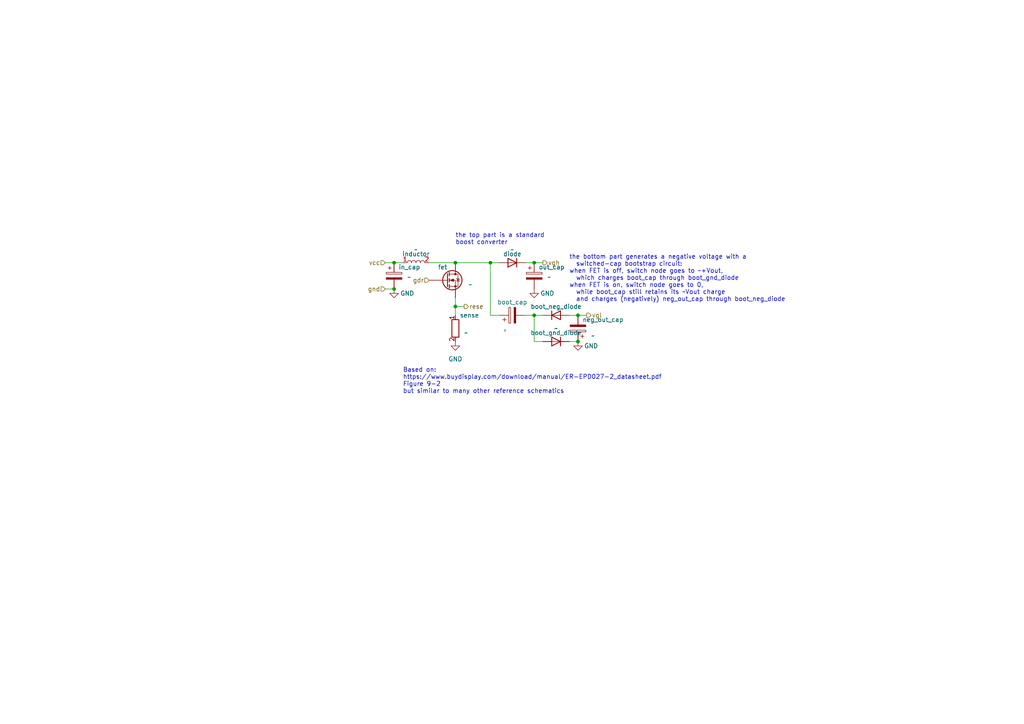
<source format=kicad_sch>
(kicad_sch (version 20211123) (generator eeschema)
  (paper "A4")
  (lib_symbols
    (symbol "Device:C_Polarized" (pin_numbers hide) (pin_names (offset 0.254))
      (property "Reference" "C" (at 0.635 2.54 0))
      (property "Value" "C_Polarized" (at 0.635 -2.54 0))
      (symbol "C_Polarized_0_1"
        (rectangle (start -2.286 0.508) (end 2.286 1.016))
        (polyline (pts (xy -1.778 2.286) (xy -0.762 2.286)))
        (polyline (pts (xy -1.27 2.794) (xy -1.27 1.778)))
        (rectangle (start 2.286 -0.508) (end -2.286 -1.016) (fill (type outline)))
      )
      (symbol "C_Polarized_1_1"
        (pin passive line (at 0 3.81 270) (length 2.794) (name "~") (number "1"))
        (pin passive line (at 0 -3.81 90) (length 2.794) (name "~") (number "2"))
      )
    )
    (symbol "Device:D" (pin_numbers hide) (pin_names (offset 1.016) hide)
      (property "Reference" "D" (at 0 2.54 0))
      (property "Value" "D" (at 0 -2.54 0))
      (symbol "D_0_1"
        (polyline (pts (xy -1.27 1.27) (xy -1.27 -1.27)) (stroke (width 0.254)))
        (polyline (pts (xy 1.27 0) (xy -1.27 0)))
        (polyline (pts (xy 1.27 1.27) (xy 1.27 -1.27) (xy -1.27 0) (xy 1.27 1.27)) (stroke (width 0.254)))
      )
      (symbol "D_1_1"
        (pin passive line (at -3.81 0 0) (length 2.54) (name "K") (number "1"))
        (pin passive line (at 3.81 0 180) (length 2.54) (name "A") (number "2"))
      )
    )
    (symbol "Device:L" (pin_names (offset 1.016) hide)
      (property "Reference" "L" (at -1.27 0 90))
      (property "Value" "L" (at 1.905 0 90))
      (symbol "L_0_1"
        (arc (start 0 -2.54) (mid 0.635 -1.905) (end 0 -1.27))
        (arc (start 0 -1.27) (mid 0.635 -0.635) (end 0 0))
        (arc (start 0 0) (mid 0.635 0.635) (end 0 1.27))
        (arc (start 0 1.27) (mid 0.635 1.905) (end 0 2.54))
      )
      (symbol "L_1_1"
        (pin passive line (at 0 3.81 270) (length 1.27) (name "1") (number "1"))
        (pin passive line (at 0 -3.81 90) (length 1.27) (name "2") (number "2"))
      )
    )
    (symbol "Device:Q_NMOS_DGS" (pin_numbers hide) (pin_names (offset 0) hide)
      (property "Reference" "Q" (at 5.08 1.27 0))
      (property "Value" "Q_NMOS_DGS" (at 5.08 -1.27 0))
      (symbol "Q_NMOS_DGS_0_1"
        (polyline (pts (xy 0.254 0) (xy -2.54 0)))
        (polyline (pts (xy 0.254 1.905) (xy 0.254 -1.905)) (stroke (width 0.254)))
        (polyline (pts (xy 0.762 -1.27) (xy 0.762 -2.286)) (stroke (width 0.254)))
        (polyline (pts (xy 0.762 0.508) (xy 0.762 -0.508)) (stroke (width 0.254)))
        (polyline (pts (xy 0.762 2.286) (xy 0.762 1.27)) (stroke (width 0.254)))
        (polyline (pts (xy 2.54 2.54) (xy 2.54 1.778)))
        (polyline (pts (xy 2.54 -2.54) (xy 2.54 0) (xy 0.762 0)))
        (polyline (pts (xy 0.762 -1.778) (xy 3.302 -1.778) (xy 3.302 1.778) (xy 0.762 1.778)))
        (polyline (pts (xy 1.016 0) (xy 2.032 0.381) (xy 2.032 -0.381) (xy 1.016 0)) (fill (type outline)))
        (polyline (pts (xy 2.794 0.508) (xy 2.921 0.381) (xy 3.683 0.381) (xy 3.81 0.254)))
        (polyline (pts (xy 3.302 0.381) (xy 2.921 -0.254) (xy 3.683 -0.254) (xy 3.302 0.381)))
        (circle (center 1.651 0) (radius 2.794) (stroke (width 0.254)))
        (circle (center 2.54 -1.778) (radius 0.254) (fill (type outline)))
        (circle (center 2.54 1.778) (radius 0.254) (fill (type outline)))
      )
      (symbol "Q_NMOS_DGS_1_1"
        (pin passive line (at 2.54 5.08 270) (length 2.54) (name "D") (number "1"))
        (pin input line (at -5.08 0 0) (length 2.54) (name "G") (number "2"))
        (pin passive line (at 2.54 -5.08 90) (length 2.54) (name "S") (number "3"))
      )
    )
    (symbol "Device:R" (pin_names (offset 0))
      (property "Reference" "R" (at 2.032 0 90))
      (property "Value" "R" (at 0 0 90))
      (symbol "R_0_1"
        (rectangle (start -1.016 -2.54) (end 1.016 2.54) (stroke (width 0.254)))
      )
      (symbol "R_1_1"
        (pin passive line (at 0 3.81 270) (length 1.27) (name "~") (number "1"))
        (pin passive line (at 0 -3.81 90) (length 1.27) (name "~") (number "2"))
      )
    )
    (symbol "power:GND" (power) (pin_names (offset 0))
      (property "Value" "GND" (at 0 -3.81 0))
      (symbol "GND_0_1"
        (polyline (pts (xy 0 0) (xy 0 -1.27) (xy 1.27 -1.27) (xy 0 -2.54) (xy -1.27 -1.27) (xy 0 -1.27)))
      )
      (symbol "GND_1_1"
        (pin power_in line (at 0 0 270) (length 0) hide (name "GND") (number "1"))
      )
    )
  )
  (junction (at 167.64 91.44))
  (junction (at 142.24 76.2))
  (junction (at 132.08 76.2))
  (junction (at 154.94 91.44))
  (junction (at 167.64 99.06))
  (junction (at 114.3 83.82))
  (junction (at 154.94 76.2))
  (junction (at 114.3 76.2))
  (junction (at 132.08 88.9))
  (wire (pts (xy 142.24 91.44) (xy 144.78 91.44)))
  (wire (pts (xy 124.46 76.2) (xy 132.08 76.2)))
  (wire (pts (xy 154.94 99.06) (xy 157.48 99.06)))
  (wire (pts (xy 111.76 76.2) (xy 114.3 76.2)))
  (wire (pts (xy 165.1 91.44) (xy 167.64 91.44)))
  (wire (pts (xy 132.08 86.36) (xy 132.08 88.9)))
  (wire (pts (xy 154.94 91.44) (xy 157.48 91.44)))
  (wire (pts (xy 111.76 83.82) (xy 114.3 83.82)))
  (wire (pts (xy 154.94 76.2) (xy 157.48 76.2)))
  (wire (pts (xy 154.94 91.44) (xy 152.4 91.44)))
  (wire (pts (xy 114.3 76.2) (xy 116.84 76.2)))
  (wire (pts (xy 132.08 88.9) (xy 132.08 91.44)))
  (wire (pts (xy 165.1 99.06) (xy 167.64 99.06)))
  (wire (pts (xy 167.64 91.44) (xy 170.18 91.44)))
  (wire (pts (xy 144.78 76.2) (xy 142.24 76.2)))
  (wire (pts (xy 152.4 76.2) (xy 154.94 76.2)))
  (wire (pts (xy 154.94 91.44) (xy 154.94 99.06)))
  (wire (pts (xy 132.08 76.2) (xy 142.24 76.2)))
  (wire (pts (xy 132.08 88.9) (xy 134.62 88.9)))
  (wire (pts (xy 142.24 76.2) (xy 142.24 91.44)))
  (text "the top part is a standard\nboost converter" (at 132.08 71.12 0) (effects (font (size 1.27 1.27)) (justify left bottom)))
  (text "the bottom part generates a negative voltage with a\n  switched-cap bootstrap circuit:\nwhen FET is off, switch node goes to ~+Vout,\n  which charges boot_cap through boot_gnd_diode\nwhen FET is on, switch node goes to 0,\n  while boot_cap still retains its ~Vout charge\n  and charges (negatively) neg_out_cap through boot_neg_diode" (at 165.1 87.63 0) (effects (font (size 1.27 1.27)) (justify left bottom)))
  (text "Based on:\nhttps://www.buydisplay.com/download/manual/ER-EPD027-2_datasheet.pdf\nFigure 9-2\nbut similar to many other reference schematics" (at 116.84 114.3 0) (effects (font (size 1.27 1.27)) (justify left bottom)))
  (hierarchical_label "vcc" (shape input) (at 111.76 76.2 180))
  (hierarchical_label "rese" (shape output) (at 134.62 88.9 0))
  (hierarchical_label "vgl" (shape output) (at 170.18 91.44 0))
  (hierarchical_label "vgh" (shape output) (at 157.48 76.2 0))
  (hierarchical_label "gdr" (shape input) (at 124.46 81.28 180))
  (hierarchical_label "gnd" (shape input) (at 111.76 83.82 180))
  (symbol (lib_id "Device:C_Polarized") (at 154.94 80.01 0) (unit 1)
    (property "Reference" "out_cap" (at 156.21 77.47 0) (effects (justify left)))
    (property "Value" "~" (at 158.75 80.3909 0) (effects (justify left)))
  )
  (symbol (lib_id "Device:C_Polarized") (at 148.59 91.44 90) (unit 1)
    (property "Reference" "boot_cap" (at 148.59 87.63 90))
    (property "Value" "~" (at 146.4311 95.25 0) (effects (justify right)))
  )
  (symbol (lib_id "power:GND") (at 132.08 99.06 0) (unit 1)
    (property "Reference" "#PWR?" (effects hide))
    (property "Value" "GND" (at 132.08 104.14 0))
  )
  (symbol (lib_id "Device:L") (at 120.65 76.2 90) (unit 1)
    (property "Reference" "inductor" (at 120.65 73.66 90))
    (property "Value" "~" (at 120.65 72.39 90))
  )
  (symbol (lib_id "Device:C_Polarized") (at 167.64 95.25 180) (unit 1)
    (property "Reference" "neg_out_cap" (at 168.91 92.71 0) (effects (justify right)))
    (property "Value" "~" (at 171.45 97.4089 0) (effects (justify right)))
  )
  (symbol (lib_id "Device:D") (at 161.29 91.44 0) (unit 1)
    (property "Reference" "boot_neg_diode" (at 161.29 88.9 0))
    (property "Value" "~" (at 161.29 95.25 0))
  )
  (symbol (lib_id "Device:D") (at 148.59 76.2 180) (unit 1)
    (property "Reference" "diode" (at 148.59 73.66 0))
    (property "Value" "~" (at 148.59 72.39 0))
  )
  (symbol (lib_id "power:GND") (at 114.3 83.82 0) (unit 1)
    (property "Reference" "#PWR?" (effects hide))
    (property "Value" "GND" (at 118.11 85.09 0))
  )
  (symbol (lib_id "Device:Q_NMOS_DGS") (at 129.54 81.28 0) (unit 1)
    (property "Reference" "fet" (at 127 77.47 0) (effects (justify left)))
    (property "Value" "~" (at 135.89 82.5499 0) (effects (justify left)))
  )
  (symbol (lib_id "power:GND") (at 154.94 83.82 0) (unit 1)
    (property "Reference" "#PWR?" (effects hide))
    (property "Value" "GND" (at 158.75 85.09 0))
  )
  (symbol (lib_id "Device:D") (at 161.29 99.06 180) (unit 1)
    (property "Reference" "boot_gnd_diode" (at 161.29 96.52 0))
    (property "Value" "~" (at 161.29 95.25 0))
  )
  (symbol (lib_id "Device:R") (at 132.08 95.25 0) (unit 1)
    (property "Reference" "sense" (at 133.35 91.44 0) (effects (justify left)))
    (property "Value" "~" (at 134.62 96.5199 0) (effects (justify left)))
  )
  (symbol (lib_id "power:GND") (at 167.64 99.06 0) (unit 1)
    (property "Reference" "#PWR?" (effects hide))
    (property "Value" "GND" (at 171.45 100.33 0))
  )
  (symbol (lib_id "Device:C_Polarized") (at 114.3 80.01 0) (unit 1)
    (property "Reference" "in_cap" (at 115.57 77.47 0) (effects (justify left)))
    (property "Value" "~" (at 118.11 80.3909 0) (effects (justify left)))
  )
)
</source>
